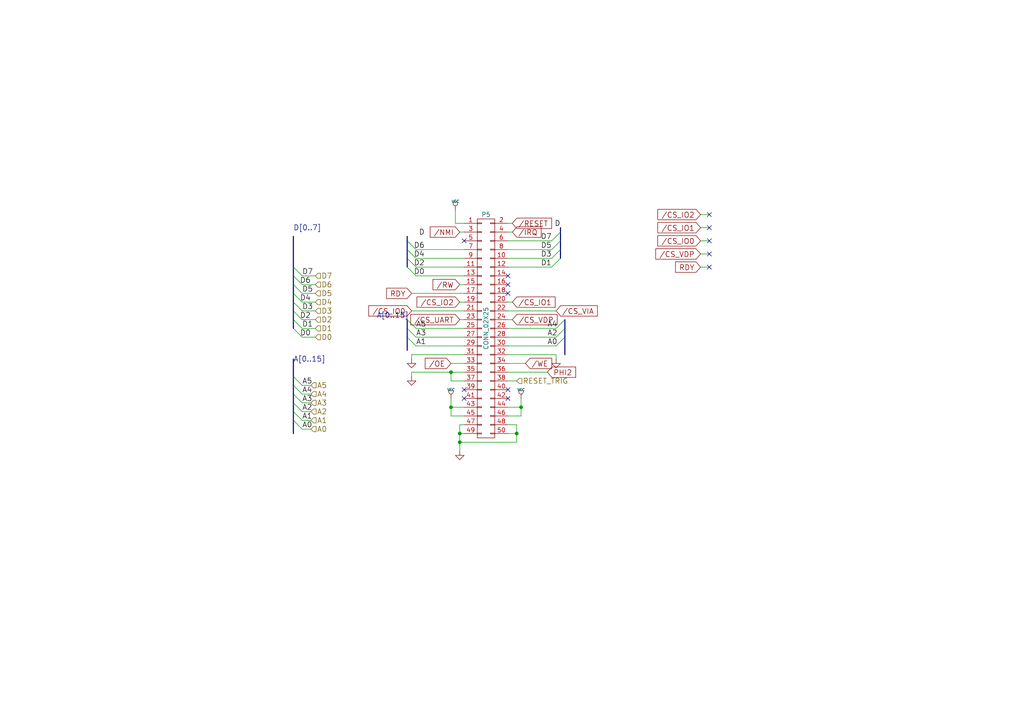
<source format=kicad_sch>
(kicad_sch (version 20211123) (generator eeschema)
  (paper "A4")
  (lib_symbols
    (symbol "io-rescue:CONN_02X25" (pin_names (offset 0.0254) hide)
      (property "Reference" "P" (at 0 33.02 0))
      (property "Value" "CONN_02X25" (at 0 0 90))
      (symbol "CONN_02X25_0_1"
        (rectangle (start -2.54 -30.353) (end -1.27 -30.607))
        (rectangle (start -2.54 -27.813) (end -1.27 -28.067))
        (rectangle (start -2.54 -25.273) (end -1.27 -25.527))
        (rectangle (start -2.54 -22.733) (end -1.27 -22.987))
        (rectangle (start -2.54 -20.193) (end -1.27 -20.447))
        (rectangle (start -2.54 -17.653) (end -1.27 -17.907))
        (rectangle (start -2.54 -15.113) (end -1.27 -15.367))
        (rectangle (start -2.54 -12.573) (end -1.27 -12.827))
        (rectangle (start -2.54 -10.033) (end -1.27 -10.287))
        (rectangle (start -2.54 -7.493) (end -1.27 -7.747))
        (rectangle (start -2.54 -4.953) (end -1.27 -5.207))
        (rectangle (start -2.54 -2.413) (end -1.27 -2.667))
        (rectangle (start -2.54 0.127) (end -1.27 -0.127))
        (rectangle (start -2.54 2.667) (end -1.27 2.413))
        (rectangle (start -2.54 5.207) (end -1.27 4.953))
        (rectangle (start -2.54 7.747) (end -1.27 7.493))
        (rectangle (start -2.54 10.287) (end -1.27 10.033))
        (rectangle (start -2.54 12.827) (end -1.27 12.573))
        (rectangle (start -2.54 15.367) (end -1.27 15.113))
        (rectangle (start -2.54 17.907) (end -1.27 17.653))
        (rectangle (start -2.54 20.447) (end -1.27 20.193))
        (rectangle (start -2.54 22.987) (end -1.27 22.733))
        (rectangle (start -2.54 25.527) (end -1.27 25.273))
        (rectangle (start -2.54 28.067) (end -1.27 27.813))
        (rectangle (start -2.54 30.607) (end -1.27 30.353))
        (rectangle (start -2.54 31.75) (end 2.54 -31.75))
        (rectangle (start 1.27 -30.353) (end 2.54 -30.607))
        (rectangle (start 1.27 -27.813) (end 2.54 -28.067))
        (rectangle (start 1.27 -25.273) (end 2.54 -25.527))
        (rectangle (start 1.27 -22.733) (end 2.54 -22.987))
        (rectangle (start 1.27 -20.193) (end 2.54 -20.447))
        (rectangle (start 1.27 -17.653) (end 2.54 -17.907))
        (rectangle (start 1.27 -15.113) (end 2.54 -15.367))
        (rectangle (start 1.27 -12.573) (end 2.54 -12.827))
        (rectangle (start 1.27 -10.033) (end 2.54 -10.287))
        (rectangle (start 1.27 -7.493) (end 2.54 -7.747))
        (rectangle (start 1.27 -4.953) (end 2.54 -5.207))
        (rectangle (start 1.27 -2.413) (end 2.54 -2.667))
        (rectangle (start 1.27 0.127) (end 2.54 -0.127))
        (rectangle (start 1.27 2.667) (end 2.54 2.413))
        (rectangle (start 1.27 5.207) (end 2.54 4.953))
        (rectangle (start 1.27 7.747) (end 2.54 7.493))
        (rectangle (start 1.27 10.287) (end 2.54 10.033))
        (rectangle (start 1.27 12.827) (end 2.54 12.573))
        (rectangle (start 1.27 15.367) (end 2.54 15.113))
        (rectangle (start 1.27 17.907) (end 2.54 17.653))
        (rectangle (start 1.27 20.447) (end 2.54 20.193))
        (rectangle (start 1.27 22.987) (end 2.54 22.733))
        (rectangle (start 1.27 25.527) (end 2.54 25.273))
        (rectangle (start 1.27 28.067) (end 2.54 27.813))
        (rectangle (start 1.27 30.607) (end 2.54 30.353))
      )
      (symbol "CONN_02X25_1_1"
        (pin passive line (at -6.35 30.48 0) (length 3.81) (name "P1") (number "1"))
        (pin passive line (at 6.35 20.32 180) (length 3.81) (name "P10") (number "10"))
        (pin passive line (at -6.35 17.78 0) (length 3.81) (name "P11") (number "11"))
        (pin passive line (at 6.35 17.78 180) (length 3.81) (name "P12") (number "12"))
        (pin passive line (at -6.35 15.24 0) (length 3.81) (name "P13") (number "13"))
        (pin passive line (at 6.35 15.24 180) (length 3.81) (name "P14") (number "14"))
        (pin passive line (at -6.35 12.7 0) (length 3.81) (name "P15") (number "15"))
        (pin passive line (at 6.35 12.7 180) (length 3.81) (name "P16") (number "16"))
        (pin passive line (at -6.35 10.16 0) (length 3.81) (name "P17") (number "17"))
        (pin passive line (at 6.35 10.16 180) (length 3.81) (name "P18") (number "18"))
        (pin passive line (at -6.35 7.62 0) (length 3.81) (name "P19") (number "19"))
        (pin passive line (at 6.35 30.48 180) (length 3.81) (name "P2") (number "2"))
        (pin passive line (at 6.35 7.62 180) (length 3.81) (name "P20") (number "20"))
        (pin passive line (at -6.35 5.08 0) (length 3.81) (name "P21") (number "21"))
        (pin passive line (at 6.35 5.08 180) (length 3.81) (name "P22") (number "22"))
        (pin passive line (at -6.35 2.54 0) (length 3.81) (name "P23") (number "23"))
        (pin passive line (at 6.35 2.54 180) (length 3.81) (name "P24") (number "24"))
        (pin passive line (at -6.35 0 0) (length 3.81) (name "P25") (number "25"))
        (pin passive line (at 6.35 0 180) (length 3.81) (name "P26") (number "26"))
        (pin passive line (at -6.35 -2.54 0) (length 3.81) (name "P27") (number "27"))
        (pin passive line (at 6.35 -2.54 180) (length 3.81) (name "P28") (number "28"))
        (pin passive line (at -6.35 -5.08 0) (length 3.81) (name "P29") (number "29"))
        (pin passive line (at -6.35 27.94 0) (length 3.81) (name "P3") (number "3"))
        (pin passive line (at 6.35 -5.08 180) (length 3.81) (name "P30") (number "30"))
        (pin passive line (at -6.35 -7.62 0) (length 3.81) (name "P31") (number "31"))
        (pin passive line (at 6.35 -7.62 180) (length 3.81) (name "P32") (number "32"))
        (pin passive line (at -6.35 -10.16 0) (length 3.81) (name "P33") (number "33"))
        (pin passive line (at 6.35 -10.16 180) (length 3.81) (name "P34") (number "34"))
        (pin passive line (at -6.35 -12.7 0) (length 3.81) (name "P35") (number "35"))
        (pin passive line (at 6.35 -12.7 180) (length 3.81) (name "P36") (number "36"))
        (pin passive line (at -6.35 -15.24 0) (length 3.81) (name "P37") (number "37"))
        (pin passive line (at 6.35 -15.24 180) (length 3.81) (name "P38") (number "38"))
        (pin passive line (at -6.35 -17.78 0) (length 3.81) (name "P39") (number "39"))
        (pin passive line (at 6.35 27.94 180) (length 3.81) (name "P4") (number "4"))
        (pin passive line (at 6.35 -17.78 180) (length 3.81) (name "P40") (number "40"))
        (pin passive line (at -6.35 -20.32 0) (length 3.81) (name "P41") (number "41"))
        (pin passive line (at 6.35 -20.32 180) (length 3.81) (name "P42") (number "42"))
        (pin passive line (at -6.35 -22.86 0) (length 3.81) (name "P43") (number "43"))
        (pin passive line (at 6.35 -22.86 180) (length 3.81) (name "P44") (number "44"))
        (pin passive line (at -6.35 -25.4 0) (length 3.81) (name "P45") (number "45"))
        (pin passive line (at 6.35 -25.4 180) (length 3.81) (name "P46") (number "46"))
        (pin passive line (at -6.35 -27.94 0) (length 3.81) (name "P47") (number "47"))
        (pin passive line (at 6.35 -27.94 180) (length 3.81) (name "P48") (number "48"))
        (pin passive line (at -6.35 -30.48 0) (length 3.81) (name "P49") (number "49"))
        (pin passive line (at -6.35 25.4 0) (length 3.81) (name "P5") (number "5"))
        (pin passive line (at 6.35 -30.48 180) (length 3.81) (name "P50") (number "50"))
        (pin passive line (at 6.35 25.4 180) (length 3.81) (name "P6") (number "6"))
        (pin passive line (at -6.35 22.86 0) (length 3.81) (name "P7") (number "7"))
        (pin passive line (at 6.35 22.86 180) (length 3.81) (name "P8") (number "8"))
        (pin passive line (at -6.35 20.32 0) (length 3.81) (name "P9") (number "9"))
      )
    )
    (symbol "io-rescue:GND" (power) (pin_names (offset 0))
      (property "Value" "GND" (at 0 -3.81 0))
      (symbol "GND_0_1"
        (polyline (pts (xy 0 0) (xy 0 -1.27) (xy 1.27 -1.27) (xy 0 -2.54) (xy -1.27 -1.27) (xy 0 -1.27)))
      )
      (symbol "GND_1_1"
        (pin power_in line (at 0 0 270) (length 0) hide (name "GND") (number "1"))
      )
    )
    (symbol "io-rescue:VCC" (power) (pin_names (offset 0))
      (property "Value" "VCC" (at 0 3.81 0))
      (symbol "VCC_0_1"
        (polyline (pts (xy 0 0) (xy 0 1.27)))
        (circle (center 0 1.905) (radius 0.635))
      )
      (symbol "VCC_1_1"
        (pin power_in line (at 0 0 90) (length 0) hide (name "VCC") (number "1"))
      )
    )
  )
  (junction (at 130.81 107.95))
  (junction (at 133.35 128.27))
  (junction (at 133.35 125.73))
  (junction (at 130.81 118.11))
  (junction (at 149.86 125.73))
  (junction (at 151.13 118.11))
  (no_connect (at 205.74 77.47))
  (no_connect (at 205.74 73.66))
  (no_connect (at 147.32 82.55))
  (no_connect (at 147.32 85.09))
  (no_connect (at 205.74 66.04))
  (no_connect (at 147.32 115.57))
  (no_connect (at 134.62 69.85))
  (no_connect (at 205.74 69.85))
  (no_connect (at 134.62 115.57))
  (no_connect (at 147.32 80.01))
  (no_connect (at 205.74 62.23))
  (no_connect (at 134.62 113.03))
  (no_connect (at 147.32 113.03))
  (bus_entry (at 87.63 121.92) (size -2.54 -2.54))
  (bus_entry (at 85.09 111.76) (size 2.54 2.54))
  (bus_entry (at 87.63 97.79) (size -2.54 -2.54))
  (bus_entry (at 118.11 92.71) (size 2.54 2.54))
  (bus_entry (at 118.11 95.25) (size 2.54 2.54))
  (bus_entry (at 120.65 72.39) (size -2.54 -2.54))
  (bus_entry (at 85.09 77.47) (size 2.54 2.54))
  (bus_entry (at 85.09 109.22) (size 2.54 2.54))
  (bus_entry (at 118.11 97.79) (size 2.54 2.54))
  (bus_entry (at 85.09 114.3) (size 2.54 2.54))
  (bus_entry (at 161.29 100.33) (size 2.54 -2.54))
  (bus_entry (at 87.63 92.71) (size -2.54 -2.54))
  (bus_entry (at 161.29 97.79) (size 2.54 -2.54))
  (bus_entry (at 87.63 119.38) (size -2.54 -2.54))
  (bus_entry (at 161.29 95.25) (size 2.54 -2.54))
  (bus_entry (at 120.65 77.47) (size -2.54 -2.54))
  (bus_entry (at 87.63 82.55) (size -2.54 -2.54))
  (bus_entry (at 162.56 72.39) (size -2.54 2.54))
  (bus_entry (at 87.63 87.63) (size -2.54 -2.54))
  (bus_entry (at 85.09 82.55) (size 2.54 2.54))
  (bus_entry (at 162.56 69.85) (size -2.54 2.54))
  (bus_entry (at 162.56 67.31) (size -2.54 2.54))
  (bus_entry (at 120.65 74.93) (size -2.54 -2.54))
  (bus_entry (at 85.09 121.92) (size 2.54 2.54))
  (bus_entry (at 120.65 80.01) (size -2.54 -2.54))
  (bus_entry (at 85.09 87.63) (size 2.54 2.54))
  (bus_entry (at 162.56 74.93) (size -2.54 2.54))
  (bus_entry (at 85.09 92.71) (size 2.54 2.54))
  (bus (pts (xy 162.56 72.39) (xy 162.56 74.93)))
  (bus (pts (xy 85.09 82.55) (xy 85.09 85.09)))
  (wire (pts (xy 161.29 102.87) (xy 161.29 104.14)))
  (wire (pts (xy 134.62 105.41) (xy 130.81 105.41)))
  (wire (pts (xy 147.32 92.71) (xy 148.59 92.71)))
  (wire (pts (xy 160.02 77.47) (xy 147.32 77.47)))
  (wire (pts (xy 120.65 97.79) (xy 134.62 97.79)))
  (bus (pts (xy 85.09 80.01) (xy 85.09 82.55)))
  (wire (pts (xy 133.35 123.19) (xy 133.35 125.73)))
  (wire (pts (xy 133.35 87.63) (xy 134.62 87.63)))
  (bus (pts (xy 162.56 69.85) (xy 162.56 72.39)))
  (wire (pts (xy 134.62 92.71) (xy 133.35 92.71)))
  (wire (pts (xy 203.2 77.47) (xy 205.74 77.47)))
  (wire (pts (xy 120.65 100.33) (xy 134.62 100.33)))
  (wire (pts (xy 147.32 87.63) (xy 148.59 87.63)))
  (bus (pts (xy 85.09 104.14) (xy 85.09 109.22)))
  (wire (pts (xy 149.86 125.73) (xy 149.86 128.27)))
  (bus (pts (xy 118.11 72.39) (xy 118.11 74.93)))
  (wire (pts (xy 120.65 95.25) (xy 134.62 95.25)))
  (wire (pts (xy 147.32 102.87) (xy 161.29 102.87)))
  (bus (pts (xy 85.09 77.47) (xy 85.09 80.01)))
  (wire (pts (xy 130.81 107.95) (xy 134.62 107.95)))
  (wire (pts (xy 134.62 123.19) (xy 133.35 123.19)))
  (wire (pts (xy 203.2 69.85) (xy 205.74 69.85)))
  (wire (pts (xy 87.63 85.09) (xy 91.44 85.09)))
  (wire (pts (xy 160.02 74.93) (xy 147.32 74.93)))
  (bus (pts (xy 85.09 114.3) (xy 85.09 116.84)))
  (wire (pts (xy 134.62 77.47) (xy 120.65 77.47)))
  (wire (pts (xy 134.62 118.11) (xy 130.81 118.11)))
  (bus (pts (xy 85.09 111.76) (xy 85.09 114.3)))
  (bus (pts (xy 118.11 97.79) (xy 118.11 101.6)))
  (wire (pts (xy 130.81 120.65) (xy 134.62 120.65)))
  (wire (pts (xy 134.62 110.49) (xy 130.81 110.49)))
  (wire (pts (xy 147.32 67.31) (xy 148.59 67.31)))
  (wire (pts (xy 91.44 82.55) (xy 87.63 82.55)))
  (wire (pts (xy 149.86 123.19) (xy 149.86 125.73)))
  (wire (pts (xy 91.44 97.79) (xy 87.63 97.79)))
  (wire (pts (xy 119.38 107.95) (xy 130.81 107.95)))
  (bus (pts (xy 85.09 121.92) (xy 85.09 125.73)))
  (wire (pts (xy 147.32 105.41) (xy 152.4 105.41)))
  (bus (pts (xy 118.11 74.93) (xy 118.11 77.47)))
  (wire (pts (xy 147.32 100.33) (xy 161.29 100.33)))
  (wire (pts (xy 147.32 118.11) (xy 151.13 118.11)))
  (wire (pts (xy 133.35 125.73) (xy 133.35 128.27)))
  (wire (pts (xy 87.63 80.01) (xy 91.44 80.01)))
  (wire (pts (xy 119.38 85.09) (xy 134.62 85.09)))
  (wire (pts (xy 90.17 119.38) (xy 87.63 119.38)))
  (wire (pts (xy 147.32 95.25) (xy 161.29 95.25)))
  (wire (pts (xy 147.32 125.73) (xy 149.86 125.73)))
  (wire (pts (xy 151.13 115.57) (xy 151.13 118.11)))
  (wire (pts (xy 134.62 90.17) (xy 119.38 90.17)))
  (bus (pts (xy 118.11 95.25) (xy 118.11 97.79)))
  (bus (pts (xy 163.83 95.25) (xy 163.83 97.79)))
  (wire (pts (xy 134.62 80.01) (xy 120.65 80.01)))
  (wire (pts (xy 147.32 90.17) (xy 161.29 90.17)))
  (wire (pts (xy 203.2 62.23) (xy 205.74 62.23)))
  (wire (pts (xy 91.44 87.63) (xy 87.63 87.63)))
  (wire (pts (xy 147.32 97.79) (xy 161.29 97.79)))
  (wire (pts (xy 132.08 64.77) (xy 134.62 64.77)))
  (wire (pts (xy 87.63 116.84) (xy 90.17 116.84)))
  (wire (pts (xy 87.63 90.17) (xy 91.44 90.17)))
  (wire (pts (xy 147.32 107.95) (xy 158.75 107.95)))
  (wire (pts (xy 203.2 66.04) (xy 205.74 66.04)))
  (bus (pts (xy 85.09 109.22) (xy 85.09 111.76)))
  (bus (pts (xy 118.11 69.85) (xy 118.11 72.39)))
  (bus (pts (xy 162.56 67.31) (xy 162.56 69.85)))
  (wire (pts (xy 87.63 95.25) (xy 91.44 95.25)))
  (bus (pts (xy 163.83 97.79) (xy 163.83 102.87)))
  (wire (pts (xy 149.86 128.27) (xy 133.35 128.27)))
  (wire (pts (xy 203.2 73.66) (xy 205.74 73.66)))
  (wire (pts (xy 87.63 111.76) (xy 90.17 111.76)))
  (wire (pts (xy 160.02 72.39) (xy 147.32 72.39)))
  (bus (pts (xy 85.09 90.17) (xy 85.09 92.71)))
  (wire (pts (xy 151.13 118.11) (xy 151.13 120.65)))
  (wire (pts (xy 87.63 121.92) (xy 90.17 121.92)))
  (bus (pts (xy 85.09 85.09) (xy 85.09 87.63)))
  (bus (pts (xy 85.09 92.71) (xy 85.09 95.25)))
  (wire (pts (xy 119.38 109.22) (xy 119.38 107.95)))
  (bus (pts (xy 85.09 68.58) (xy 85.09 77.47)))
  (bus (pts (xy 118.11 92.71) (xy 118.11 95.25)))
  (wire (pts (xy 130.81 110.49) (xy 130.81 107.95)))
  (wire (pts (xy 130.81 118.11) (xy 130.81 120.65)))
  (wire (pts (xy 87.63 124.46) (xy 90.17 124.46)))
  (wire (pts (xy 133.35 128.27) (xy 133.35 130.81)))
  (wire (pts (xy 151.13 120.65) (xy 147.32 120.65)))
  (wire (pts (xy 147.32 64.77) (xy 148.59 64.77)))
  (wire (pts (xy 119.38 104.14) (xy 119.38 102.87)))
  (bus (pts (xy 85.09 119.38) (xy 85.09 121.92)))
  (wire (pts (xy 91.44 92.71) (xy 87.63 92.71)))
  (wire (pts (xy 134.62 72.39) (xy 120.65 72.39)))
  (wire (pts (xy 134.62 125.73) (xy 133.35 125.73)))
  (wire (pts (xy 134.62 67.31) (xy 133.35 67.31)))
  (bus (pts (xy 85.09 87.63) (xy 85.09 90.17)))
  (wire (pts (xy 147.32 123.19) (xy 149.86 123.19)))
  (wire (pts (xy 130.81 115.57) (xy 130.81 118.11)))
  (wire (pts (xy 134.62 74.93) (xy 120.65 74.93)))
  (bus (pts (xy 85.09 116.84) (xy 85.09 119.38)))
  (bus (pts (xy 163.83 92.71) (xy 163.83 95.25)))
  (wire (pts (xy 87.63 114.3) (xy 90.17 114.3)))
  (wire (pts (xy 119.38 102.87) (xy 134.62 102.87)))
  (wire (pts (xy 147.32 110.49) (xy 149.86 110.49)))
  (wire (pts (xy 147.32 69.85) (xy 160.02 69.85)))
  (wire (pts (xy 132.08 60.96) (xy 132.08 64.77)))
  (bus (pts (xy 162.56 66.04) (xy 162.56 67.31)))
  (wire (pts (xy 133.35 82.55) (xy 134.62 82.55)))
  (bus (pts (xy 118.11 68.58) (xy 118.11 69.85)))
  (label "A3" (at 87.63 116.84 0) (effects (font (size 1.524 1.524))))
  (label "D5" (at 87.63 85.09 0) (effects (font (size 1.524 1.524))))
  (label "D0" (at 123.19 80.01 180) (effects (font (size 1.524 1.524))))
  (label "A5" (at 120.65 95.25 0) (effects (font (size 1.524 1.524))))
  (label "D[0..7]" (at 85.09 67.31 0) (effects (font (size 1.524 1.524))))
  (label "D4" (at 90.17 87.63 180) (effects (font (size 1.524 1.524))))
  (label "D4" (at 123.19 74.93 180) (effects (font (size 1.524 1.524))))
  (label "A1" (at 87.63 121.92 0) (effects (font (size 1.524 1.524))))
  (label "D3" (at 160.02 74.93 180) (effects (font (size 1.524 1.524))))
  (label "A1" (at 120.65 100.33 0) (effects (font (size 1.524 1.524))))
  (label "A2" (at 87.63 119.38 0) (effects (font (size 1.524 1.524))))
  (label "D2" (at 123.19 77.47 180) (effects (font (size 1.524 1.524))))
  (label "D" (at 162.56 66.04 180) (effects (font (size 1.524 1.524))))
  (label "A[0..15]" (at 85.09 105.41 0) (effects (font (size 1.524 1.524))))
  (label "A4" (at 158.75 95.25 0) (effects (font (size 1.524 1.524))))
  (label "A2" (at 158.75 97.79 0) (effects (font (size 1.524 1.524))))
  (label "A3" (at 120.65 97.79 0) (effects (font (size 1.524 1.524))))
  (label "D" (at 123.19 68.58 180) (effects (font (size 1.524 1.524))))
  (label "A4" (at 87.63 114.3 0) (effects (font (size 1.524 1.524))))
  (label "D3" (at 87.63 90.17 0) (effects (font (size 1.524 1.524))))
  (label "D7" (at 87.63 80.01 0) (effects (font (size 1.524 1.524))))
  (label "D6" (at 123.19 72.39 180) (effects (font (size 1.524 1.524))))
  (label "D5" (at 160.02 72.39 180) (effects (font (size 1.524 1.524))))
  (label "D0" (at 90.17 97.79 180) (effects (font (size 1.524 1.524))))
  (label "D7" (at 160.02 69.85 180) (effects (font (size 1.524 1.524))))
  (label "D2" (at 90.17 92.71 180) (effects (font (size 1.524 1.524))))
  (label "D1" (at 87.63 95.25 0) (effects (font (size 1.524 1.524))))
  (label "D1" (at 160.02 77.47 180) (effects (font (size 1.524 1.524))))
  (label "A0" (at 87.63 124.46 0) (effects (font (size 1.524 1.524))))
  (label "A5" (at 87.63 111.76 0) (effects (font (size 1.524 1.524))))
  (label "A[0..15]" (at 109.22 92.71 0) (effects (font (size 1.524 1.524))))
  (label "A0" (at 158.75 100.33 0) (effects (font (size 1.524 1.524))))
  (label "D6" (at 90.17 82.55 180) (effects (font (size 1.524 1.524))))
  (global_label "/CS_IO1" (shape input) (at 203.2 66.04 180) (effects (font (size 1.524 1.524))) (property "Intersheet References" "${INTERSHEET_REFS}" (effects hide)))
  (global_label "PHI2" (shape input) (at 158.75 107.95 0) (effects (font (size 1.524 1.524))) (property "Intersheet References" "${INTERSHEET_REFS}" (effects hide)))
  (global_label "/CS_VDP" (shape input) (at 148.59 92.71 0) (effects (font (size 1.524 1.524))) (property "Intersheet References" "${INTERSHEET_REFS}" (effects hide)))
  (global_label "/OE" (shape input) (at 130.81 105.41 180) (effects (font (size 1.524 1.524))) (property "Intersheet References" "${INTERSHEET_REFS}" (effects hide)))
  (global_label "/IRQ" (shape input) (at 148.59 67.31 0) (effects (font (size 1.524 1.524))) (property "Intersheet References" "${INTERSHEET_REFS}" (effects hide)))
  (global_label "RDY" (shape input) (at 119.38 85.09 180) (effects (font (size 1.524 1.524))) (property "Intersheet References" "${INTERSHEET_REFS}" (effects hide)))
  (global_label "/CS_IO2" (shape input) (at 133.35 87.63 180) (effects (font (size 1.524 1.524))) (property "Intersheet References" "${INTERSHEET_REFS}" (effects hide)))
  (global_label "/CS_IO0" (shape input) (at 119.38 90.17 180) (effects (font (size 1.524 1.524))) (property "Intersheet References" "${INTERSHEET_REFS}" (effects hide)))
  (global_label "/NMI" (shape input) (at 133.35 67.31 180) (effects (font (size 1.524 1.524))) (property "Intersheet References" "${INTERSHEET_REFS}" (effects hide)))
  (global_label "/RW" (shape input) (at 133.35 82.55 180) (effects (font (size 1.524 1.524))) (property "Intersheet References" "${INTERSHEET_REFS}" (effects hide)))
  (global_label "/CS_IO0" (shape input) (at 203.2 69.85 180) (effects (font (size 1.524 1.524))) (property "Intersheet References" "${INTERSHEET_REFS}" (effects hide)))
  (global_label "/CS_IO1" (shape input) (at 148.59 87.63 0) (effects (font (size 1.524 1.524))) (property "Intersheet References" "${INTERSHEET_REFS}" (effects hide)))
  (global_label "/RESET" (shape input) (at 148.59 64.77 0) (effects (font (size 1.524 1.524))) (property "Intersheet References" "${INTERSHEET_REFS}" (effects hide)))
  (global_label "/CS_VDP" (shape input) (at 203.2 73.66 180) (effects (font (size 1.524 1.524))) (property "Intersheet References" "${INTERSHEET_REFS}" (effects hide)))
  (global_label "/CS_IO2" (shape input) (at 203.2 62.23 180) (effects (font (size 1.524 1.524))) (property "Intersheet References" "${INTERSHEET_REFS}" (effects hide)))
  (global_label "RDY" (shape input) (at 203.2 77.47 180) (effects (font (size 1.524 1.524))) (property "Intersheet References" "${INTERSHEET_REFS}" (effects hide)))
  (global_label "/WE" (shape input) (at 152.4 105.41 0) (effects (font (size 1.524 1.524))) (property "Intersheet References" "${INTERSHEET_REFS}" (effects hide)))
  (global_label "/CS_VIA" (shape input) (at 161.29 90.17 0) (effects (font (size 1.524 1.524))) (property "Intersheet References" "${INTERSHEET_REFS}" (effects hide)))
  (global_label "/CS_UART" (shape input) (at 133.35 92.71 180) (effects (font (size 1.524 1.524))) (property "Intersheet References" "${INTERSHEET_REFS}" (effects hide)))
  (hierarchical_label "RESET_TRIG" (shape input) (at 149.86 110.49 0) (effects (font (size 1.524 1.524))))
  (hierarchical_label "D7" (shape input) (at 91.44 80.01 0) (effects (font (size 1.524 1.524))))
  (hierarchical_label "A1" (shape input) (at 90.17 121.92 0) (effects (font (size 1.524 1.524))))
  (hierarchical_label "D0" (shape input) (at 91.44 97.79 0) (effects (font (size 1.524 1.524))))
  (hierarchical_label "A2" (shape input) (at 90.17 119.38 0) (effects (font (size 1.524 1.524))))
  (hierarchical_label "D1" (shape input) (at 91.44 95.25 0) (effects (font (size 1.524 1.524))))
  (hierarchical_label "A0" (shape input) (at 90.17 124.46 0) (effects (font (size 1.524 1.524))))
  (hierarchical_label "A5" (shape input) (at 90.17 111.76 0) (effects (font (size 1.524 1.524))))
  (hierarchical_label "A3" (shape input) (at 90.17 116.84 0) (effects (font (size 1.524 1.524))))
  (hierarchical_label "A4" (shape input) (at 90.17 114.3 0) (effects (font (size 1.524 1.524))))
  (hierarchical_label "D6" (shape input) (at 91.44 82.55 0) (effects (font (size 1.524 1.524))))
  (hierarchical_label "D5" (shape input) (at 91.44 85.09 0) (effects (font (size 1.524 1.524))))
  (hierarchical_label "D2" (shape input) (at 91.44 92.71 0) (effects (font (size 1.524 1.524))))
  (hierarchical_label "D3" (shape input) (at 91.44 90.17 0) (effects (font (size 1.524 1.524))))
  (hierarchical_label "D4" (shape input) (at 91.44 87.63 0) (effects (font (size 1.524 1.524))))
  (symbol (lib_id "io-rescue:CONN_02X25") (at 140.97 95.25 0) (unit 1)
    (property "Reference" "P5" (at 140.97 62.23 0))
    (property "Value" "CONN_02X25" (at 140.97 95.25 90))
    (property "Footprint" "Pin_Headers:Pin_Header_Angled_2x25" (effects hide))
  )
  (symbol (lib_id "io-rescue:VCC") (at 132.08 60.96 0) (unit 1)
    (property "Reference" "#PWR010" (effects hide))
    (property "Value" "VCC" (at 132.08 58.42 0) (effects (font (size 0.762 0.762))))
  )
  (symbol (lib_id "io-rescue:GND") (at 119.38 104.14 0) (unit 1)
    (property "Reference" "#PWR011" (effects hide))
    (property "Value" "GND" (effects hide))
  )
  (symbol (lib_id "io-rescue:GND") (at 161.29 104.14 0) (unit 1)
    (property "Reference" "#PWR012" (effects hide))
    (property "Value" "GND" (effects hide))
  )
  (symbol (lib_id "io-rescue:GND") (at 133.35 130.81 0) (unit 1)
    (property "Reference" "#PWR013" (effects hide))
    (property "Value" "GND" (effects hide))
  )
  (symbol (lib_id "io-rescue:VCC") (at 151.13 115.57 0) (unit 1)
    (property "Reference" "#PWR014" (effects hide))
    (property "Value" "VCC" (at 151.13 113.03 0) (effects (font (size 0.762 0.762))))
  )
  (symbol (lib_id "io-rescue:VCC") (at 130.81 115.57 0) (unit 1)
    (property "Reference" "#PWR015" (effects hide))
    (property "Value" "VCC" (at 130.81 113.03 0) (effects (font (size 0.762 0.762))))
  )
  (symbol (lib_id "io-rescue:GND") (at 119.38 109.22 0) (unit 1)
    (property "Reference" "#PWR016" (effects hide))
    (property "Value" "GND" (effects hide))
  )
)
</source>
